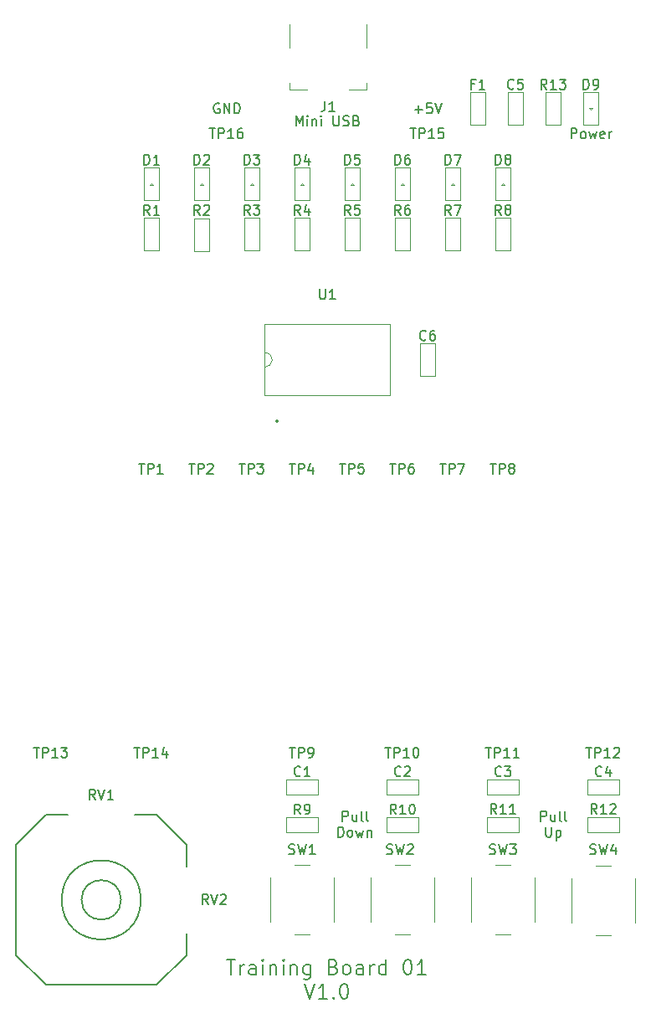
<source format=gto>
G04 #@! TF.GenerationSoftware,KiCad,Pcbnew,(6.0.4-0)*
G04 #@! TF.CreationDate,2022-04-01T19:28:55+09:00*
G04 #@! TF.ProjectId,TrainingBoard-01,54726169-6e69-46e6-9742-6f6172642d30,V1.0*
G04 #@! TF.SameCoordinates,Original*
G04 #@! TF.FileFunction,Legend,Top*
G04 #@! TF.FilePolarity,Positive*
%FSLAX46Y46*%
G04 Gerber Fmt 4.6, Leading zero omitted, Abs format (unit mm)*
G04 Created by KiCad (PCBNEW (6.0.4-0)) date 2022-04-01 19:28:55*
%MOMM*%
%LPD*%
G01*
G04 APERTURE LIST*
%ADD10C,0.150000*%
%ADD11C,0.200000*%
%ADD12C,0.120000*%
G04 APERTURE END LIST*
D10*
X-20860000Y-88900000D02*
G75*
G03*
X-20860000Y-88900000I-2000000J0D01*
G01*
X-28460000Y-97500000D02*
X-17260000Y-97500000D01*
X-28460000Y-97500000D02*
X-31460000Y-94500000D01*
X-28460000Y-80300000D02*
X-26260000Y-80300000D01*
X-17260000Y-97500000D02*
X-14260000Y-94500000D01*
X-14260000Y-94500000D02*
X-14260000Y-92300000D01*
X-14260000Y-83300000D02*
X-17260000Y-80300000D01*
X-31460000Y-83300000D02*
X-28460000Y-80300000D01*
X-14260000Y-83300000D02*
X-14260000Y-85500000D01*
X-17260000Y-80300000D02*
X-19460000Y-80300000D01*
X-31460000Y-94500000D02*
X-31460000Y-83300000D01*
X-18860000Y-88900000D02*
G75*
G03*
X-18860000Y-88900000I-4000000J0D01*
G01*
X21621904Y-80927380D02*
X21621904Y-79927380D01*
X22002857Y-79927380D01*
X22098095Y-79975000D01*
X22145714Y-80022619D01*
X22193333Y-80117857D01*
X22193333Y-80260714D01*
X22145714Y-80355952D01*
X22098095Y-80403571D01*
X22002857Y-80451190D01*
X21621904Y-80451190D01*
X23050476Y-80260714D02*
X23050476Y-80927380D01*
X22621904Y-80260714D02*
X22621904Y-80784523D01*
X22669523Y-80879761D01*
X22764761Y-80927380D01*
X22907619Y-80927380D01*
X23002857Y-80879761D01*
X23050476Y-80832142D01*
X23669523Y-80927380D02*
X23574285Y-80879761D01*
X23526666Y-80784523D01*
X23526666Y-79927380D01*
X24193333Y-80927380D02*
X24098095Y-80879761D01*
X24050476Y-80784523D01*
X24050476Y-79927380D01*
X22121904Y-81537380D02*
X22121904Y-82346904D01*
X22169523Y-82442142D01*
X22217142Y-82489761D01*
X22312380Y-82537380D01*
X22502857Y-82537380D01*
X22598095Y-82489761D01*
X22645714Y-82442142D01*
X22693333Y-82346904D01*
X22693333Y-81537380D01*
X23169523Y-81870714D02*
X23169523Y-82870714D01*
X23169523Y-81918333D02*
X23264761Y-81870714D01*
X23455238Y-81870714D01*
X23550476Y-81918333D01*
X23598095Y-81965952D01*
X23645714Y-82061190D01*
X23645714Y-82346904D01*
X23598095Y-82442142D01*
X23550476Y-82489761D01*
X23455238Y-82537380D01*
X23264761Y-82537380D01*
X23169523Y-82489761D01*
X-3142857Y-10612380D02*
X-3142857Y-9612380D01*
X-2809523Y-10326666D01*
X-2476190Y-9612380D01*
X-2476190Y-10612380D01*
X-2000000Y-10612380D02*
X-2000000Y-9945714D01*
X-2000000Y-9612380D02*
X-2047619Y-9660000D01*
X-2000000Y-9707619D01*
X-1952380Y-9660000D01*
X-2000000Y-9612380D01*
X-2000000Y-9707619D01*
X-1523809Y-9945714D02*
X-1523809Y-10612380D01*
X-1523809Y-10040952D02*
X-1476190Y-9993333D01*
X-1380952Y-9945714D01*
X-1238095Y-9945714D01*
X-1142857Y-9993333D01*
X-1095238Y-10088571D01*
X-1095238Y-10612380D01*
X-619047Y-10612380D02*
X-619047Y-9945714D01*
X-619047Y-9612380D02*
X-666666Y-9660000D01*
X-619047Y-9707619D01*
X-571428Y-9660000D01*
X-619047Y-9612380D01*
X-619047Y-9707619D01*
X619047Y-9612380D02*
X619047Y-10421904D01*
X666666Y-10517142D01*
X714285Y-10564761D01*
X809523Y-10612380D01*
X999999Y-10612380D01*
X1095238Y-10564761D01*
X1142857Y-10517142D01*
X1190476Y-10421904D01*
X1190476Y-9612380D01*
X1619047Y-10564761D02*
X1761904Y-10612380D01*
X1999999Y-10612380D01*
X2095238Y-10564761D01*
X2142857Y-10517142D01*
X2190476Y-10421904D01*
X2190476Y-10326666D01*
X2142857Y-10231428D01*
X2095238Y-10183809D01*
X1999999Y-10136190D01*
X1809523Y-10088571D01*
X1714285Y-10040952D01*
X1666666Y-9993333D01*
X1619047Y-9898095D01*
X1619047Y-9802857D01*
X1666666Y-9707619D01*
X1714285Y-9660000D01*
X1809523Y-9612380D01*
X2047619Y-9612380D01*
X2190476Y-9660000D01*
X2952380Y-10088571D02*
X3095238Y-10136190D01*
X3142857Y-10183809D01*
X3190476Y-10279047D01*
X3190476Y-10421904D01*
X3142857Y-10517142D01*
X3095238Y-10564761D01*
X2999999Y-10612380D01*
X2619047Y-10612380D01*
X2619047Y-9612380D01*
X2952380Y-9612380D01*
X3047619Y-9660000D01*
X3095238Y-9707619D01*
X3142857Y-9802857D01*
X3142857Y-9898095D01*
X3095238Y-9993333D01*
X3047619Y-10040952D01*
X2952380Y-10088571D01*
X2619047Y-10088571D01*
X1555904Y-80927380D02*
X1555904Y-79927380D01*
X1936857Y-79927380D01*
X2032095Y-79975000D01*
X2079714Y-80022619D01*
X2127333Y-80117857D01*
X2127333Y-80260714D01*
X2079714Y-80355952D01*
X2032095Y-80403571D01*
X1936857Y-80451190D01*
X1555904Y-80451190D01*
X2984476Y-80260714D02*
X2984476Y-80927380D01*
X2555904Y-80260714D02*
X2555904Y-80784523D01*
X2603523Y-80879761D01*
X2698761Y-80927380D01*
X2841619Y-80927380D01*
X2936857Y-80879761D01*
X2984476Y-80832142D01*
X3603523Y-80927380D02*
X3508285Y-80879761D01*
X3460666Y-80784523D01*
X3460666Y-79927380D01*
X4127333Y-80927380D02*
X4032095Y-80879761D01*
X3984476Y-80784523D01*
X3984476Y-79927380D01*
X1103523Y-82537380D02*
X1103523Y-81537380D01*
X1341619Y-81537380D01*
X1484476Y-81585000D01*
X1579714Y-81680238D01*
X1627333Y-81775476D01*
X1674952Y-81965952D01*
X1674952Y-82108809D01*
X1627333Y-82299285D01*
X1579714Y-82394523D01*
X1484476Y-82489761D01*
X1341619Y-82537380D01*
X1103523Y-82537380D01*
X2246380Y-82537380D02*
X2151142Y-82489761D01*
X2103523Y-82442142D01*
X2055904Y-82346904D01*
X2055904Y-82061190D01*
X2103523Y-81965952D01*
X2151142Y-81918333D01*
X2246380Y-81870714D01*
X2389238Y-81870714D01*
X2484476Y-81918333D01*
X2532095Y-81965952D01*
X2579714Y-82061190D01*
X2579714Y-82346904D01*
X2532095Y-82442142D01*
X2484476Y-82489761D01*
X2389238Y-82537380D01*
X2246380Y-82537380D01*
X2913047Y-81870714D02*
X3103523Y-82537380D01*
X3294000Y-82061190D01*
X3484476Y-82537380D01*
X3674952Y-81870714D01*
X4055904Y-81870714D02*
X4055904Y-82537380D01*
X4055904Y-81965952D02*
X4103523Y-81918333D01*
X4198761Y-81870714D01*
X4341619Y-81870714D01*
X4436857Y-81918333D01*
X4484476Y-82013571D01*
X4484476Y-82537380D01*
X8874285Y-8961428D02*
X9636190Y-8961428D01*
X9255238Y-9342380D02*
X9255238Y-8580476D01*
X10588571Y-8342380D02*
X10112380Y-8342380D01*
X10064761Y-8818571D01*
X10112380Y-8770952D01*
X10207619Y-8723333D01*
X10445714Y-8723333D01*
X10540952Y-8770952D01*
X10588571Y-8818571D01*
X10636190Y-8913809D01*
X10636190Y-9151904D01*
X10588571Y-9247142D01*
X10540952Y-9294761D01*
X10445714Y-9342380D01*
X10207619Y-9342380D01*
X10112380Y-9294761D01*
X10064761Y-9247142D01*
X10921904Y-8342380D02*
X11255238Y-9342380D01*
X11588571Y-8342380D01*
X24693809Y-11882380D02*
X24693809Y-10882380D01*
X25074761Y-10882380D01*
X25169999Y-10930000D01*
X25217619Y-10977619D01*
X25265238Y-11072857D01*
X25265238Y-11215714D01*
X25217619Y-11310952D01*
X25169999Y-11358571D01*
X25074761Y-11406190D01*
X24693809Y-11406190D01*
X25836666Y-11882380D02*
X25741428Y-11834761D01*
X25693809Y-11787142D01*
X25646190Y-11691904D01*
X25646190Y-11406190D01*
X25693809Y-11310952D01*
X25741428Y-11263333D01*
X25836666Y-11215714D01*
X25979523Y-11215714D01*
X26074761Y-11263333D01*
X26122380Y-11310952D01*
X26169999Y-11406190D01*
X26169999Y-11691904D01*
X26122380Y-11787142D01*
X26074761Y-11834761D01*
X25979523Y-11882380D01*
X25836666Y-11882380D01*
X26503333Y-11215714D02*
X26693809Y-11882380D01*
X26884285Y-11406190D01*
X27074761Y-11882380D01*
X27265238Y-11215714D01*
X28027142Y-11834761D02*
X27931904Y-11882380D01*
X27741428Y-11882380D01*
X27646190Y-11834761D01*
X27598571Y-11739523D01*
X27598571Y-11358571D01*
X27646190Y-11263333D01*
X27741428Y-11215714D01*
X27931904Y-11215714D01*
X28027142Y-11263333D01*
X28074761Y-11358571D01*
X28074761Y-11453809D01*
X27598571Y-11549047D01*
X28503333Y-11882380D02*
X28503333Y-11215714D01*
X28503333Y-11406190D02*
X28550952Y-11310952D01*
X28598571Y-11263333D01*
X28693809Y-11215714D01*
X28789047Y-11215714D01*
D11*
X-10142857Y-94971071D02*
X-9285714Y-94971071D01*
X-9714285Y-96471071D02*
X-9714285Y-94971071D01*
X-8785714Y-96471071D02*
X-8785714Y-95471071D01*
X-8785714Y-95756785D02*
X-8714285Y-95613928D01*
X-8642857Y-95542500D01*
X-8500000Y-95471071D01*
X-8357142Y-95471071D01*
X-7214285Y-96471071D02*
X-7214285Y-95685357D01*
X-7285714Y-95542500D01*
X-7428571Y-95471071D01*
X-7714285Y-95471071D01*
X-7857142Y-95542500D01*
X-7214285Y-96399642D02*
X-7357142Y-96471071D01*
X-7714285Y-96471071D01*
X-7857142Y-96399642D01*
X-7928571Y-96256785D01*
X-7928571Y-96113928D01*
X-7857142Y-95971071D01*
X-7714285Y-95899642D01*
X-7357142Y-95899642D01*
X-7214285Y-95828214D01*
X-6500000Y-96471071D02*
X-6500000Y-95471071D01*
X-6500000Y-94971071D02*
X-6571428Y-95042500D01*
X-6500000Y-95113928D01*
X-6428571Y-95042500D01*
X-6500000Y-94971071D01*
X-6500000Y-95113928D01*
X-5785714Y-95471071D02*
X-5785714Y-96471071D01*
X-5785714Y-95613928D02*
X-5714285Y-95542500D01*
X-5571428Y-95471071D01*
X-5357142Y-95471071D01*
X-5214285Y-95542500D01*
X-5142857Y-95685357D01*
X-5142857Y-96471071D01*
X-4428571Y-96471071D02*
X-4428571Y-95471071D01*
X-4428571Y-94971071D02*
X-4500000Y-95042500D01*
X-4428571Y-95113928D01*
X-4357142Y-95042500D01*
X-4428571Y-94971071D01*
X-4428571Y-95113928D01*
X-3714285Y-95471071D02*
X-3714285Y-96471071D01*
X-3714285Y-95613928D02*
X-3642857Y-95542500D01*
X-3500000Y-95471071D01*
X-3285714Y-95471071D01*
X-3142857Y-95542500D01*
X-3071428Y-95685357D01*
X-3071428Y-96471071D01*
X-1714285Y-95471071D02*
X-1714285Y-96685357D01*
X-1785714Y-96828214D01*
X-1857142Y-96899642D01*
X-2000000Y-96971071D01*
X-2214285Y-96971071D01*
X-2357142Y-96899642D01*
X-1714285Y-96399642D02*
X-1857142Y-96471071D01*
X-2142857Y-96471071D01*
X-2285714Y-96399642D01*
X-2357142Y-96328214D01*
X-2428571Y-96185357D01*
X-2428571Y-95756785D01*
X-2357142Y-95613928D01*
X-2285714Y-95542500D01*
X-2142857Y-95471071D01*
X-1857142Y-95471071D01*
X-1714285Y-95542500D01*
X642857Y-95685357D02*
X857142Y-95756785D01*
X928571Y-95828214D01*
X999999Y-95971071D01*
X999999Y-96185357D01*
X928571Y-96328214D01*
X857142Y-96399642D01*
X714285Y-96471071D01*
X142857Y-96471071D01*
X142857Y-94971071D01*
X642857Y-94971071D01*
X785714Y-95042500D01*
X857142Y-95113928D01*
X928571Y-95256785D01*
X928571Y-95399642D01*
X857142Y-95542500D01*
X785714Y-95613928D01*
X642857Y-95685357D01*
X142857Y-95685357D01*
X1857142Y-96471071D02*
X1714285Y-96399642D01*
X1642857Y-96328214D01*
X1571428Y-96185357D01*
X1571428Y-95756785D01*
X1642857Y-95613928D01*
X1714285Y-95542500D01*
X1857142Y-95471071D01*
X2071428Y-95471071D01*
X2214285Y-95542500D01*
X2285714Y-95613928D01*
X2357142Y-95756785D01*
X2357142Y-96185357D01*
X2285714Y-96328214D01*
X2214285Y-96399642D01*
X2071428Y-96471071D01*
X1857142Y-96471071D01*
X3642857Y-96471071D02*
X3642857Y-95685357D01*
X3571428Y-95542500D01*
X3428571Y-95471071D01*
X3142857Y-95471071D01*
X2999999Y-95542500D01*
X3642857Y-96399642D02*
X3499999Y-96471071D01*
X3142857Y-96471071D01*
X2999999Y-96399642D01*
X2928571Y-96256785D01*
X2928571Y-96113928D01*
X2999999Y-95971071D01*
X3142857Y-95899642D01*
X3499999Y-95899642D01*
X3642857Y-95828214D01*
X4357142Y-96471071D02*
X4357142Y-95471071D01*
X4357142Y-95756785D02*
X4428571Y-95613928D01*
X4499999Y-95542500D01*
X4642857Y-95471071D01*
X4785714Y-95471071D01*
X5928571Y-96471071D02*
X5928571Y-94971071D01*
X5928571Y-96399642D02*
X5785714Y-96471071D01*
X5499999Y-96471071D01*
X5357142Y-96399642D01*
X5285714Y-96328214D01*
X5214285Y-96185357D01*
X5214285Y-95756785D01*
X5285714Y-95613928D01*
X5357142Y-95542500D01*
X5499999Y-95471071D01*
X5785714Y-95471071D01*
X5928571Y-95542500D01*
X8071428Y-94971071D02*
X8214285Y-94971071D01*
X8357142Y-95042500D01*
X8428571Y-95113928D01*
X8499999Y-95256785D01*
X8571428Y-95542500D01*
X8571428Y-95899642D01*
X8499999Y-96185357D01*
X8428571Y-96328214D01*
X8357142Y-96399642D01*
X8214285Y-96471071D01*
X8071428Y-96471071D01*
X7928571Y-96399642D01*
X7857142Y-96328214D01*
X7785714Y-96185357D01*
X7714285Y-95899642D01*
X7714285Y-95542500D01*
X7785714Y-95256785D01*
X7857142Y-95113928D01*
X7928571Y-95042500D01*
X8071428Y-94971071D01*
X9999999Y-96471071D02*
X9142857Y-96471071D01*
X9571428Y-96471071D02*
X9571428Y-94971071D01*
X9428571Y-95185357D01*
X9285714Y-95328214D01*
X9142857Y-95399642D01*
X-2285714Y-97386071D02*
X-1785714Y-98886071D01*
X-1285714Y-97386071D01*
X0Y-98886071D02*
X-857142Y-98886071D01*
X-428571Y-98886071D02*
X-428571Y-97386071D01*
X-571428Y-97600357D01*
X-714285Y-97743214D01*
X-857142Y-97814642D01*
X642857Y-98743214D02*
X714285Y-98814642D01*
X642857Y-98886071D01*
X571428Y-98814642D01*
X642857Y-98743214D01*
X642857Y-98886071D01*
X1642857Y-97386071D02*
X1785714Y-97386071D01*
X1928571Y-97457500D01*
X1999999Y-97528928D01*
X2071428Y-97671785D01*
X2142857Y-97957500D01*
X2142857Y-98314642D01*
X2071428Y-98600357D01*
X1999999Y-98743214D01*
X1928571Y-98814642D01*
X1785714Y-98886071D01*
X1642857Y-98886071D01*
X1499999Y-98814642D01*
X1428571Y-98743214D01*
X1357142Y-98600357D01*
X1285714Y-98314642D01*
X1285714Y-97957500D01*
X1357142Y-97671785D01*
X1428571Y-97528928D01*
X1499999Y-97457500D01*
X1642857Y-97386071D01*
D10*
X-10921904Y-8390000D02*
X-11017142Y-8342380D01*
X-11160000Y-8342380D01*
X-11302857Y-8390000D01*
X-11398095Y-8485238D01*
X-11445714Y-8580476D01*
X-11493333Y-8770952D01*
X-11493333Y-8913809D01*
X-11445714Y-9104285D01*
X-11398095Y-9199523D01*
X-11302857Y-9294761D01*
X-11160000Y-9342380D01*
X-11064761Y-9342380D01*
X-10921904Y-9294761D01*
X-10874285Y-9247142D01*
X-10874285Y-8913809D01*
X-11064761Y-8913809D01*
X-10445714Y-9342380D02*
X-10445714Y-8342380D01*
X-9874285Y-9342380D01*
X-9874285Y-8342380D01*
X-9398095Y-9342380D02*
X-9398095Y-8342380D01*
X-9160000Y-8342380D01*
X-9017142Y-8390000D01*
X-8921904Y-8485238D01*
X-8874285Y-8580476D01*
X-8826666Y-8770952D01*
X-8826666Y-8913809D01*
X-8874285Y-9104285D01*
X-8921904Y-9199523D01*
X-9017142Y-9294761D01*
X-9160000Y-9342380D01*
X-9398095Y-9342380D01*
X6977142Y-80232380D02*
X6643809Y-79756190D01*
X6405714Y-80232380D02*
X6405714Y-79232380D01*
X6786666Y-79232380D01*
X6881904Y-79280000D01*
X6929523Y-79327619D01*
X6977142Y-79422857D01*
X6977142Y-79565714D01*
X6929523Y-79660952D01*
X6881904Y-79708571D01*
X6786666Y-79756190D01*
X6405714Y-79756190D01*
X7929523Y-80232380D02*
X7358095Y-80232380D01*
X7643809Y-80232380D02*
X7643809Y-79232380D01*
X7548571Y-79375238D01*
X7453333Y-79470476D01*
X7358095Y-79518095D01*
X8548571Y-79232380D02*
X8643809Y-79232380D01*
X8739047Y-79280000D01*
X8786666Y-79327619D01*
X8834285Y-79422857D01*
X8881904Y-79613333D01*
X8881904Y-79851428D01*
X8834285Y-80041904D01*
X8786666Y-80137142D01*
X8739047Y-80184761D01*
X8643809Y-80232380D01*
X8548571Y-80232380D01*
X8453333Y-80184761D01*
X8405714Y-80137142D01*
X8358095Y-80041904D01*
X8310476Y-79851428D01*
X8310476Y-79613333D01*
X8358095Y-79422857D01*
X8405714Y-79327619D01*
X8453333Y-79280000D01*
X8548571Y-79232380D01*
X8421904Y-10882380D02*
X8993333Y-10882380D01*
X8707619Y-11882380D02*
X8707619Y-10882380D01*
X9326666Y-11882380D02*
X9326666Y-10882380D01*
X9707619Y-10882380D01*
X9802857Y-10930000D01*
X9850476Y-10977619D01*
X9898095Y-11072857D01*
X9898095Y-11215714D01*
X9850476Y-11310952D01*
X9802857Y-11358571D01*
X9707619Y-11406190D01*
X9326666Y-11406190D01*
X10850476Y-11882380D02*
X10279047Y-11882380D01*
X10564761Y-11882380D02*
X10564761Y-10882380D01*
X10469523Y-11025238D01*
X10374285Y-11120476D01*
X10279047Y-11168095D01*
X11755238Y-10882380D02*
X11279047Y-10882380D01*
X11231428Y-11358571D01*
X11279047Y-11310952D01*
X11374285Y-11263333D01*
X11612380Y-11263333D01*
X11707619Y-11310952D01*
X11755238Y-11358571D01*
X11802857Y-11453809D01*
X11802857Y-11691904D01*
X11755238Y-11787142D01*
X11707619Y-11834761D01*
X11612380Y-11882380D01*
X11374285Y-11882380D01*
X11279047Y-11834761D01*
X11231428Y-11787142D01*
X-18518095Y-14549380D02*
X-18518095Y-13549380D01*
X-18280000Y-13549380D01*
X-18137142Y-13597000D01*
X-18041904Y-13692238D01*
X-17994285Y-13787476D01*
X-17946666Y-13977952D01*
X-17946666Y-14120809D01*
X-17994285Y-14311285D01*
X-18041904Y-14406523D01*
X-18137142Y-14501761D01*
X-18280000Y-14549380D01*
X-18518095Y-14549380D01*
X-16994285Y-14549380D02*
X-17565714Y-14549380D01*
X-17280000Y-14549380D02*
X-17280000Y-13549380D01*
X-17375238Y-13692238D01*
X-17470476Y-13787476D01*
X-17565714Y-13835095D01*
X16518095Y-44791380D02*
X17089523Y-44791380D01*
X16803809Y-45791380D02*
X16803809Y-44791380D01*
X17422857Y-45791380D02*
X17422857Y-44791380D01*
X17803809Y-44791380D01*
X17899047Y-44839000D01*
X17946666Y-44886619D01*
X17994285Y-44981857D01*
X17994285Y-45124714D01*
X17946666Y-45219952D01*
X17899047Y-45267571D01*
X17803809Y-45315190D01*
X17422857Y-45315190D01*
X18565714Y-45219952D02*
X18470476Y-45172333D01*
X18422857Y-45124714D01*
X18375238Y-45029476D01*
X18375238Y-44981857D01*
X18422857Y-44886619D01*
X18470476Y-44839000D01*
X18565714Y-44791380D01*
X18756190Y-44791380D01*
X18851428Y-44839000D01*
X18899047Y-44886619D01*
X18946666Y-44981857D01*
X18946666Y-45029476D01*
X18899047Y-45124714D01*
X18851428Y-45172333D01*
X18756190Y-45219952D01*
X18565714Y-45219952D01*
X18470476Y-45267571D01*
X18422857Y-45315190D01*
X18375238Y-45410428D01*
X18375238Y-45600904D01*
X18422857Y-45696142D01*
X18470476Y-45743761D01*
X18565714Y-45791380D01*
X18756190Y-45791380D01*
X18851428Y-45743761D01*
X18899047Y-45696142D01*
X18946666Y-45600904D01*
X18946666Y-45410428D01*
X18899047Y-45315190D01*
X18851428Y-45267571D01*
X18756190Y-45219952D01*
X-3801904Y-44791380D02*
X-3230476Y-44791380D01*
X-3516190Y-45791380D02*
X-3516190Y-44791380D01*
X-2897142Y-45791380D02*
X-2897142Y-44791380D01*
X-2516190Y-44791380D01*
X-2420952Y-44839000D01*
X-2373333Y-44886619D01*
X-2325714Y-44981857D01*
X-2325714Y-45124714D01*
X-2373333Y-45219952D01*
X-2420952Y-45267571D01*
X-2516190Y-45315190D01*
X-2897142Y-45315190D01*
X-1468571Y-45124714D02*
X-1468571Y-45791380D01*
X-1706666Y-44743761D02*
X-1944761Y-45458047D01*
X-1325714Y-45458047D01*
X17613333Y-19629380D02*
X17280000Y-19153190D01*
X17041904Y-19629380D02*
X17041904Y-18629380D01*
X17422857Y-18629380D01*
X17518095Y-18677000D01*
X17565714Y-18724619D01*
X17613333Y-18819857D01*
X17613333Y-18962714D01*
X17565714Y-19057952D01*
X17518095Y-19105571D01*
X17422857Y-19153190D01*
X17041904Y-19153190D01*
X18184761Y-19057952D02*
X18089523Y-19010333D01*
X18041904Y-18962714D01*
X17994285Y-18867476D01*
X17994285Y-18819857D01*
X18041904Y-18724619D01*
X18089523Y-18677000D01*
X18184761Y-18629380D01*
X18375238Y-18629380D01*
X18470476Y-18677000D01*
X18518095Y-18724619D01*
X18565714Y-18819857D01*
X18565714Y-18867476D01*
X18518095Y-18962714D01*
X18470476Y-19010333D01*
X18375238Y-19057952D01*
X18184761Y-19057952D01*
X18089523Y-19105571D01*
X18041904Y-19153190D01*
X17994285Y-19248428D01*
X17994285Y-19438904D01*
X18041904Y-19534142D01*
X18089523Y-19581761D01*
X18184761Y-19629380D01*
X18375238Y-19629380D01*
X18470476Y-19581761D01*
X18518095Y-19534142D01*
X18565714Y-19438904D01*
X18565714Y-19248428D01*
X18518095Y-19153190D01*
X18470476Y-19105571D01*
X18375238Y-19057952D01*
X7453333Y-19629380D02*
X7120000Y-19153190D01*
X6881904Y-19629380D02*
X6881904Y-18629380D01*
X7262857Y-18629380D01*
X7358095Y-18677000D01*
X7405714Y-18724619D01*
X7453333Y-18819857D01*
X7453333Y-18962714D01*
X7405714Y-19057952D01*
X7358095Y-19105571D01*
X7262857Y-19153190D01*
X6881904Y-19153190D01*
X8310476Y-18629380D02*
X8120000Y-18629380D01*
X8024761Y-18677000D01*
X7977142Y-18724619D01*
X7881904Y-18867476D01*
X7834285Y-19057952D01*
X7834285Y-19438904D01*
X7881904Y-19534142D01*
X7929523Y-19581761D01*
X8024761Y-19629380D01*
X8215238Y-19629380D01*
X8310476Y-19581761D01*
X8358095Y-19534142D01*
X8405714Y-19438904D01*
X8405714Y-19200809D01*
X8358095Y-19105571D01*
X8310476Y-19057952D01*
X8215238Y-19010333D01*
X8024761Y-19010333D01*
X7929523Y-19057952D01*
X7881904Y-19105571D01*
X7834285Y-19200809D01*
X6032666Y-84224761D02*
X6175523Y-84272380D01*
X6413619Y-84272380D01*
X6508857Y-84224761D01*
X6556476Y-84177142D01*
X6604095Y-84081904D01*
X6604095Y-83986666D01*
X6556476Y-83891428D01*
X6508857Y-83843809D01*
X6413619Y-83796190D01*
X6223142Y-83748571D01*
X6127904Y-83700952D01*
X6080285Y-83653333D01*
X6032666Y-83558095D01*
X6032666Y-83462857D01*
X6080285Y-83367619D01*
X6127904Y-83320000D01*
X6223142Y-83272380D01*
X6461238Y-83272380D01*
X6604095Y-83320000D01*
X6937428Y-83272380D02*
X7175523Y-84272380D01*
X7366000Y-83558095D01*
X7556476Y-84272380D01*
X7794571Y-83272380D01*
X8127904Y-83367619D02*
X8175523Y-83320000D01*
X8270761Y-83272380D01*
X8508857Y-83272380D01*
X8604095Y-83320000D01*
X8651714Y-83367619D01*
X8699333Y-83462857D01*
X8699333Y-83558095D01*
X8651714Y-83700952D01*
X8080285Y-84272380D01*
X8699333Y-84272380D01*
X12533333Y-19629380D02*
X12200000Y-19153190D01*
X11961904Y-19629380D02*
X11961904Y-18629380D01*
X12342857Y-18629380D01*
X12438095Y-18677000D01*
X12485714Y-18724619D01*
X12533333Y-18819857D01*
X12533333Y-18962714D01*
X12485714Y-19057952D01*
X12438095Y-19105571D01*
X12342857Y-19153190D01*
X11961904Y-19153190D01*
X12866666Y-18629380D02*
X13533333Y-18629380D01*
X13104761Y-19629380D01*
X27297142Y-80208380D02*
X26963809Y-79732190D01*
X26725714Y-80208380D02*
X26725714Y-79208380D01*
X27106666Y-79208380D01*
X27201904Y-79256000D01*
X27249523Y-79303619D01*
X27297142Y-79398857D01*
X27297142Y-79541714D01*
X27249523Y-79636952D01*
X27201904Y-79684571D01*
X27106666Y-79732190D01*
X26725714Y-79732190D01*
X28249523Y-80208380D02*
X27678095Y-80208380D01*
X27963809Y-80208380D02*
X27963809Y-79208380D01*
X27868571Y-79351238D01*
X27773333Y-79446476D01*
X27678095Y-79494095D01*
X28630476Y-79303619D02*
X28678095Y-79256000D01*
X28773333Y-79208380D01*
X29011428Y-79208380D01*
X29106666Y-79256000D01*
X29154285Y-79303619D01*
X29201904Y-79398857D01*
X29201904Y-79494095D01*
X29154285Y-79636952D01*
X28582857Y-80208380D01*
X29201904Y-80208380D01*
X6358095Y-44791380D02*
X6929523Y-44791380D01*
X6643809Y-45791380D02*
X6643809Y-44791380D01*
X7262857Y-45791380D02*
X7262857Y-44791380D01*
X7643809Y-44791380D01*
X7739047Y-44839000D01*
X7786666Y-44886619D01*
X7834285Y-44981857D01*
X7834285Y-45124714D01*
X7786666Y-45219952D01*
X7739047Y-45267571D01*
X7643809Y-45315190D01*
X7262857Y-45315190D01*
X8691428Y-44791380D02*
X8500952Y-44791380D01*
X8405714Y-44839000D01*
X8358095Y-44886619D01*
X8262857Y-45029476D01*
X8215238Y-45219952D01*
X8215238Y-45600904D01*
X8262857Y-45696142D01*
X8310476Y-45743761D01*
X8405714Y-45791380D01*
X8596190Y-45791380D01*
X8691428Y-45743761D01*
X8739047Y-45696142D01*
X8786666Y-45600904D01*
X8786666Y-45362809D01*
X8739047Y-45267571D01*
X8691428Y-45219952D01*
X8596190Y-45172333D01*
X8405714Y-45172333D01*
X8310476Y-45219952D01*
X8262857Y-45267571D01*
X8215238Y-45362809D01*
X-2706666Y-80232380D02*
X-3040000Y-79756190D01*
X-3278095Y-80232380D02*
X-3278095Y-79232380D01*
X-2897142Y-79232380D01*
X-2801904Y-79280000D01*
X-2754285Y-79327619D01*
X-2706666Y-79422857D01*
X-2706666Y-79565714D01*
X-2754285Y-79660952D01*
X-2801904Y-79708571D01*
X-2897142Y-79756190D01*
X-3278095Y-79756190D01*
X-2230476Y-80232380D02*
X-2040000Y-80232380D01*
X-1944761Y-80184761D01*
X-1897142Y-80137142D01*
X-1801904Y-79994285D01*
X-1754285Y-79803809D01*
X-1754285Y-79422857D01*
X-1801904Y-79327619D01*
X-1849523Y-79280000D01*
X-1944761Y-79232380D01*
X-2135238Y-79232380D01*
X-2230476Y-79280000D01*
X-2278095Y-79327619D01*
X-2325714Y-79422857D01*
X-2325714Y-79660952D01*
X-2278095Y-79756190D01*
X-2230476Y-79803809D01*
X-2135238Y-79851428D01*
X-1944761Y-79851428D01*
X-1849523Y-79803809D01*
X-1801904Y-79756190D01*
X-1754285Y-79660952D01*
X11961904Y-14549380D02*
X11961904Y-13549380D01*
X12200000Y-13549380D01*
X12342857Y-13597000D01*
X12438095Y-13692238D01*
X12485714Y-13787476D01*
X12533333Y-13977952D01*
X12533333Y-14120809D01*
X12485714Y-14311285D01*
X12438095Y-14406523D01*
X12342857Y-14501761D01*
X12200000Y-14549380D01*
X11961904Y-14549380D01*
X12866666Y-13549380D02*
X13533333Y-13549380D01*
X13104761Y-14549380D01*
X27773333Y-76303142D02*
X27725714Y-76350761D01*
X27582857Y-76398380D01*
X27487619Y-76398380D01*
X27344761Y-76350761D01*
X27249523Y-76255523D01*
X27201904Y-76160285D01*
X27154285Y-75969809D01*
X27154285Y-75826952D01*
X27201904Y-75636476D01*
X27249523Y-75541238D01*
X27344761Y-75446000D01*
X27487619Y-75398380D01*
X27582857Y-75398380D01*
X27725714Y-75446000D01*
X27773333Y-75493619D01*
X28630476Y-75731714D02*
X28630476Y-76398380D01*
X28392380Y-75350761D02*
X28154285Y-76065047D01*
X28773333Y-76065047D01*
X-23455238Y-78752380D02*
X-23788571Y-78276190D01*
X-24026666Y-78752380D02*
X-24026666Y-77752380D01*
X-23645714Y-77752380D01*
X-23550476Y-77800000D01*
X-23502857Y-77847619D01*
X-23455238Y-77942857D01*
X-23455238Y-78085714D01*
X-23502857Y-78180952D01*
X-23550476Y-78228571D01*
X-23645714Y-78276190D01*
X-24026666Y-78276190D01*
X-23169523Y-77752380D02*
X-22836190Y-78752380D01*
X-22502857Y-77752380D01*
X-21645714Y-78752380D02*
X-22217142Y-78752380D01*
X-21931428Y-78752380D02*
X-21931428Y-77752380D01*
X-22026666Y-77895238D01*
X-22121904Y-77990476D01*
X-22217142Y-78038095D01*
X-2706666Y-76303142D02*
X-2754285Y-76350761D01*
X-2897142Y-76398380D01*
X-2992380Y-76398380D01*
X-3135238Y-76350761D01*
X-3230476Y-76255523D01*
X-3278095Y-76160285D01*
X-3325714Y-75969809D01*
X-3325714Y-75826952D01*
X-3278095Y-75636476D01*
X-3230476Y-75541238D01*
X-3135238Y-75446000D01*
X-2992380Y-75398380D01*
X-2897142Y-75398380D01*
X-2754285Y-75446000D01*
X-2706666Y-75493619D01*
X-1754285Y-76398380D02*
X-2325714Y-76398380D01*
X-2040000Y-76398380D02*
X-2040000Y-75398380D01*
X-2135238Y-75541238D01*
X-2230476Y-75636476D01*
X-2325714Y-75684095D01*
X-13961904Y-44791380D02*
X-13390476Y-44791380D01*
X-13676190Y-45791380D02*
X-13676190Y-44791380D01*
X-13057142Y-45791380D02*
X-13057142Y-44791380D01*
X-12676190Y-44791380D01*
X-12580952Y-44839000D01*
X-12533333Y-44886619D01*
X-12485714Y-44981857D01*
X-12485714Y-45124714D01*
X-12533333Y-45219952D01*
X-12580952Y-45267571D01*
X-12676190Y-45315190D01*
X-13057142Y-45315190D01*
X-12104761Y-44886619D02*
X-12057142Y-44839000D01*
X-11961904Y-44791380D01*
X-11723809Y-44791380D01*
X-11628571Y-44839000D01*
X-11580952Y-44886619D01*
X-11533333Y-44981857D01*
X-11533333Y-45077095D01*
X-11580952Y-45219952D01*
X-12152380Y-45791380D01*
X-11533333Y-45791380D01*
X26606666Y-84224761D02*
X26749523Y-84272380D01*
X26987619Y-84272380D01*
X27082857Y-84224761D01*
X27130476Y-84177142D01*
X27178095Y-84081904D01*
X27178095Y-83986666D01*
X27130476Y-83891428D01*
X27082857Y-83843809D01*
X26987619Y-83796190D01*
X26797142Y-83748571D01*
X26701904Y-83700952D01*
X26654285Y-83653333D01*
X26606666Y-83558095D01*
X26606666Y-83462857D01*
X26654285Y-83367619D01*
X26701904Y-83320000D01*
X26797142Y-83272380D01*
X27035238Y-83272380D01*
X27178095Y-83320000D01*
X27511428Y-83272380D02*
X27749523Y-84272380D01*
X27940000Y-83558095D01*
X28130476Y-84272380D01*
X28368571Y-83272380D01*
X29178095Y-83605714D02*
X29178095Y-84272380D01*
X28940000Y-83224761D02*
X28701904Y-83939047D01*
X29320952Y-83939047D01*
X16446666Y-84224761D02*
X16589523Y-84272380D01*
X16827619Y-84272380D01*
X16922857Y-84224761D01*
X16970476Y-84177142D01*
X17018095Y-84081904D01*
X17018095Y-83986666D01*
X16970476Y-83891428D01*
X16922857Y-83843809D01*
X16827619Y-83796190D01*
X16637142Y-83748571D01*
X16541904Y-83700952D01*
X16494285Y-83653333D01*
X16446666Y-83558095D01*
X16446666Y-83462857D01*
X16494285Y-83367619D01*
X16541904Y-83320000D01*
X16637142Y-83272380D01*
X16875238Y-83272380D01*
X17018095Y-83320000D01*
X17351428Y-83272380D02*
X17589523Y-84272380D01*
X17780000Y-83558095D01*
X17970476Y-84272380D01*
X18208571Y-83272380D01*
X18494285Y-83272380D02*
X19113333Y-83272380D01*
X18780000Y-83653333D01*
X18922857Y-83653333D01*
X19018095Y-83700952D01*
X19065714Y-83748571D01*
X19113333Y-83843809D01*
X19113333Y-84081904D01*
X19065714Y-84177142D01*
X19018095Y-84224761D01*
X18922857Y-84272380D01*
X18637142Y-84272380D01*
X18541904Y-84224761D01*
X18494285Y-84177142D01*
X26201904Y-73493380D02*
X26773333Y-73493380D01*
X26487619Y-74493380D02*
X26487619Y-73493380D01*
X27106666Y-74493380D02*
X27106666Y-73493380D01*
X27487619Y-73493380D01*
X27582857Y-73541000D01*
X27630476Y-73588619D01*
X27678095Y-73683857D01*
X27678095Y-73826714D01*
X27630476Y-73921952D01*
X27582857Y-73969571D01*
X27487619Y-74017190D01*
X27106666Y-74017190D01*
X28630476Y-74493380D02*
X28059047Y-74493380D01*
X28344761Y-74493380D02*
X28344761Y-73493380D01*
X28249523Y-73636238D01*
X28154285Y-73731476D01*
X28059047Y-73779095D01*
X29011428Y-73588619D02*
X29059047Y-73541000D01*
X29154285Y-73493380D01*
X29392380Y-73493380D01*
X29487619Y-73541000D01*
X29535238Y-73588619D01*
X29582857Y-73683857D01*
X29582857Y-73779095D01*
X29535238Y-73921952D01*
X28963809Y-74493380D01*
X29582857Y-74493380D01*
X9993333Y-32234142D02*
X9945714Y-32281761D01*
X9802857Y-32329380D01*
X9707619Y-32329380D01*
X9564761Y-32281761D01*
X9469523Y-32186523D01*
X9421904Y-32091285D01*
X9374285Y-31900809D01*
X9374285Y-31757952D01*
X9421904Y-31567476D01*
X9469523Y-31472238D01*
X9564761Y-31377000D01*
X9707619Y-31329380D01*
X9802857Y-31329380D01*
X9945714Y-31377000D01*
X9993333Y-31424619D01*
X10850476Y-31329380D02*
X10660000Y-31329380D01*
X10564761Y-31377000D01*
X10517142Y-31424619D01*
X10421904Y-31567476D01*
X10374285Y-31757952D01*
X10374285Y-32138904D01*
X10421904Y-32234142D01*
X10469523Y-32281761D01*
X10564761Y-32329380D01*
X10755238Y-32329380D01*
X10850476Y-32281761D01*
X10898095Y-32234142D01*
X10945714Y-32138904D01*
X10945714Y-31900809D01*
X10898095Y-31805571D01*
X10850476Y-31757952D01*
X10755238Y-31710333D01*
X10564761Y-31710333D01*
X10469523Y-31757952D01*
X10421904Y-31805571D01*
X10374285Y-31900809D01*
X-761904Y-27138380D02*
X-761904Y-27947904D01*
X-714285Y-28043142D01*
X-666666Y-28090761D01*
X-571428Y-28138380D01*
X-380952Y-28138380D01*
X-285714Y-28090761D01*
X-238095Y-28043142D01*
X-190476Y-27947904D01*
X-190476Y-27138380D01*
X809523Y-28138380D02*
X238095Y-28138380D01*
X523809Y-28138380D02*
X523809Y-27138380D01*
X428571Y-27281238D01*
X333333Y-27376476D01*
X238095Y-27424095D01*
X5881904Y-73493380D02*
X6453333Y-73493380D01*
X6167619Y-74493380D02*
X6167619Y-73493380D01*
X6786666Y-74493380D02*
X6786666Y-73493380D01*
X7167619Y-73493380D01*
X7262857Y-73541000D01*
X7310476Y-73588619D01*
X7358095Y-73683857D01*
X7358095Y-73826714D01*
X7310476Y-73921952D01*
X7262857Y-73969571D01*
X7167619Y-74017190D01*
X6786666Y-74017190D01*
X8310476Y-74493380D02*
X7739047Y-74493380D01*
X8024761Y-74493380D02*
X8024761Y-73493380D01*
X7929523Y-73636238D01*
X7834285Y-73731476D01*
X7739047Y-73779095D01*
X8929523Y-73493380D02*
X9024761Y-73493380D01*
X9120000Y-73541000D01*
X9167619Y-73588619D01*
X9215238Y-73683857D01*
X9262857Y-73874333D01*
X9262857Y-74112428D01*
X9215238Y-74302904D01*
X9167619Y-74398142D01*
X9120000Y-74445761D01*
X9024761Y-74493380D01*
X8929523Y-74493380D01*
X8834285Y-74445761D01*
X8786666Y-74398142D01*
X8739047Y-74302904D01*
X8691428Y-74112428D01*
X8691428Y-73874333D01*
X8739047Y-73683857D01*
X8786666Y-73588619D01*
X8834285Y-73541000D01*
X8929523Y-73493380D01*
X-13438095Y-14549380D02*
X-13438095Y-13549380D01*
X-13200000Y-13549380D01*
X-13057142Y-13597000D01*
X-12961904Y-13692238D01*
X-12914285Y-13787476D01*
X-12866666Y-13977952D01*
X-12866666Y-14120809D01*
X-12914285Y-14311285D01*
X-12961904Y-14406523D01*
X-13057142Y-14501761D01*
X-13200000Y-14549380D01*
X-13438095Y-14549380D01*
X-12485714Y-13644619D02*
X-12438095Y-13597000D01*
X-12342857Y-13549380D01*
X-12104761Y-13549380D01*
X-12009523Y-13597000D01*
X-11961904Y-13644619D01*
X-11914285Y-13739857D01*
X-11914285Y-13835095D01*
X-11961904Y-13977952D01*
X-12533333Y-14549380D01*
X-11914285Y-14549380D01*
X-19041904Y-44791380D02*
X-18470476Y-44791380D01*
X-18756190Y-45791380D02*
X-18756190Y-44791380D01*
X-18137142Y-45791380D02*
X-18137142Y-44791380D01*
X-17756190Y-44791380D01*
X-17660952Y-44839000D01*
X-17613333Y-44886619D01*
X-17565714Y-44981857D01*
X-17565714Y-45124714D01*
X-17613333Y-45219952D01*
X-17660952Y-45267571D01*
X-17756190Y-45315190D01*
X-18137142Y-45315190D01*
X-16613333Y-45791380D02*
X-17184761Y-45791380D01*
X-16899047Y-45791380D02*
X-16899047Y-44791380D01*
X-16994285Y-44934238D01*
X-17089523Y-45029476D01*
X-17184761Y-45077095D01*
X6881904Y-14549380D02*
X6881904Y-13549380D01*
X7120000Y-13549380D01*
X7262857Y-13597000D01*
X7358095Y-13692238D01*
X7405714Y-13787476D01*
X7453333Y-13977952D01*
X7453333Y-14120809D01*
X7405714Y-14311285D01*
X7358095Y-14406523D01*
X7262857Y-14501761D01*
X7120000Y-14549380D01*
X6881904Y-14549380D01*
X8310476Y-13549380D02*
X8120000Y-13549380D01*
X8024761Y-13597000D01*
X7977142Y-13644619D01*
X7881904Y-13787476D01*
X7834285Y-13977952D01*
X7834285Y-14358904D01*
X7881904Y-14454142D01*
X7929523Y-14501761D01*
X8024761Y-14549380D01*
X8215238Y-14549380D01*
X8310476Y-14501761D01*
X8358095Y-14454142D01*
X8405714Y-14358904D01*
X8405714Y-14120809D01*
X8358095Y-14025571D01*
X8310476Y-13977952D01*
X8215238Y-13930333D01*
X8024761Y-13930333D01*
X7929523Y-13977952D01*
X7881904Y-14025571D01*
X7834285Y-14120809D01*
X2373333Y-19629380D02*
X2040000Y-19153190D01*
X1801904Y-19629380D02*
X1801904Y-18629380D01*
X2182857Y-18629380D01*
X2278095Y-18677000D01*
X2325714Y-18724619D01*
X2373333Y-18819857D01*
X2373333Y-18962714D01*
X2325714Y-19057952D01*
X2278095Y-19105571D01*
X2182857Y-19153190D01*
X1801904Y-19153190D01*
X3278095Y-18629380D02*
X2801904Y-18629380D01*
X2754285Y-19105571D01*
X2801904Y-19057952D01*
X2897142Y-19010333D01*
X3135238Y-19010333D01*
X3230476Y-19057952D01*
X3278095Y-19105571D01*
X3325714Y-19200809D01*
X3325714Y-19438904D01*
X3278095Y-19534142D01*
X3230476Y-19581761D01*
X3135238Y-19629380D01*
X2897142Y-19629380D01*
X2801904Y-19581761D01*
X2754285Y-19534142D01*
X14906666Y-6405571D02*
X14573333Y-6405571D01*
X14573333Y-6929380D02*
X14573333Y-5929380D01*
X15049523Y-5929380D01*
X15954285Y-6929380D02*
X15382857Y-6929380D01*
X15668571Y-6929380D02*
X15668571Y-5929380D01*
X15573333Y-6072238D01*
X15478095Y-6167476D01*
X15382857Y-6215095D01*
X11438095Y-44791380D02*
X12009523Y-44791380D01*
X11723809Y-45791380D02*
X11723809Y-44791380D01*
X12342857Y-45791380D02*
X12342857Y-44791380D01*
X12723809Y-44791380D01*
X12819047Y-44839000D01*
X12866666Y-44886619D01*
X12914285Y-44981857D01*
X12914285Y-45124714D01*
X12866666Y-45219952D01*
X12819047Y-45267571D01*
X12723809Y-45315190D01*
X12342857Y-45315190D01*
X13247619Y-44791380D02*
X13914285Y-44791380D01*
X13485714Y-45791380D01*
X-3801904Y-73493380D02*
X-3230476Y-73493380D01*
X-3516190Y-74493380D02*
X-3516190Y-73493380D01*
X-2897142Y-74493380D02*
X-2897142Y-73493380D01*
X-2516190Y-73493380D01*
X-2420952Y-73541000D01*
X-2373333Y-73588619D01*
X-2325714Y-73683857D01*
X-2325714Y-73826714D01*
X-2373333Y-73921952D01*
X-2420952Y-73969571D01*
X-2516190Y-74017190D01*
X-2897142Y-74017190D01*
X-1849523Y-74493380D02*
X-1659047Y-74493380D01*
X-1563809Y-74445761D01*
X-1516190Y-74398142D01*
X-1420952Y-74255285D01*
X-1373333Y-74064809D01*
X-1373333Y-73683857D01*
X-1420952Y-73588619D01*
X-1468571Y-73541000D01*
X-1563809Y-73493380D01*
X-1754285Y-73493380D01*
X-1849523Y-73541000D01*
X-1897142Y-73588619D01*
X-1944761Y-73683857D01*
X-1944761Y-73921952D01*
X-1897142Y-74017190D01*
X-1849523Y-74064809D01*
X-1754285Y-74112428D01*
X-1563809Y-74112428D01*
X-1468571Y-74064809D01*
X-1420952Y-74017190D01*
X-1373333Y-73921952D01*
X-19518095Y-73493380D02*
X-18946666Y-73493380D01*
X-19232380Y-74493380D02*
X-19232380Y-73493380D01*
X-18613333Y-74493380D02*
X-18613333Y-73493380D01*
X-18232380Y-73493380D01*
X-18137142Y-73541000D01*
X-18089523Y-73588619D01*
X-18041904Y-73683857D01*
X-18041904Y-73826714D01*
X-18089523Y-73921952D01*
X-18137142Y-73969571D01*
X-18232380Y-74017190D01*
X-18613333Y-74017190D01*
X-17089523Y-74493380D02*
X-17660952Y-74493380D01*
X-17375238Y-74493380D02*
X-17375238Y-73493380D01*
X-17470476Y-73636238D01*
X-17565714Y-73731476D01*
X-17660952Y-73779095D01*
X-16232380Y-73826714D02*
X-16232380Y-74493380D01*
X-16470476Y-73445761D02*
X-16708571Y-74160047D01*
X-16089523Y-74160047D01*
X25931904Y-6929380D02*
X25931904Y-5929380D01*
X26170000Y-5929380D01*
X26312857Y-5977000D01*
X26408095Y-6072238D01*
X26455714Y-6167476D01*
X26503333Y-6357952D01*
X26503333Y-6500809D01*
X26455714Y-6691285D01*
X26408095Y-6786523D01*
X26312857Y-6881761D01*
X26170000Y-6929380D01*
X25931904Y-6929380D01*
X26979523Y-6929380D02*
X27170000Y-6929380D01*
X27265238Y-6881761D01*
X27312857Y-6834142D01*
X27408095Y-6691285D01*
X27455714Y-6500809D01*
X27455714Y-6119857D01*
X27408095Y-6024619D01*
X27360476Y-5977000D01*
X27265238Y-5929380D01*
X27074761Y-5929380D01*
X26979523Y-5977000D01*
X26931904Y-6024619D01*
X26884285Y-6119857D01*
X26884285Y-6357952D01*
X26931904Y-6453190D01*
X26979523Y-6500809D01*
X27074761Y-6548428D01*
X27265238Y-6548428D01*
X27360476Y-6500809D01*
X27408095Y-6453190D01*
X27455714Y-6357952D01*
X1801904Y-14549380D02*
X1801904Y-13549380D01*
X2040000Y-13549380D01*
X2182857Y-13597000D01*
X2278095Y-13692238D01*
X2325714Y-13787476D01*
X2373333Y-13977952D01*
X2373333Y-14120809D01*
X2325714Y-14311285D01*
X2278095Y-14406523D01*
X2182857Y-14501761D01*
X2040000Y-14549380D01*
X1801904Y-14549380D01*
X3278095Y-13549380D02*
X2801904Y-13549380D01*
X2754285Y-14025571D01*
X2801904Y-13977952D01*
X2897142Y-13930333D01*
X3135238Y-13930333D01*
X3230476Y-13977952D01*
X3278095Y-14025571D01*
X3325714Y-14120809D01*
X3325714Y-14358904D01*
X3278095Y-14454142D01*
X3230476Y-14501761D01*
X3135238Y-14549380D01*
X2897142Y-14549380D01*
X2801904Y-14501761D01*
X2754285Y-14454142D01*
X-12866666Y-19629380D02*
X-13200000Y-19153190D01*
X-13438095Y-19629380D02*
X-13438095Y-18629380D01*
X-13057142Y-18629380D01*
X-12961904Y-18677000D01*
X-12914285Y-18724619D01*
X-12866666Y-18819857D01*
X-12866666Y-18962714D01*
X-12914285Y-19057952D01*
X-12961904Y-19105571D01*
X-13057142Y-19153190D01*
X-13438095Y-19153190D01*
X-12485714Y-18724619D02*
X-12438095Y-18677000D01*
X-12342857Y-18629380D01*
X-12104761Y-18629380D01*
X-12009523Y-18677000D01*
X-11961904Y-18724619D01*
X-11914285Y-18819857D01*
X-11914285Y-18915095D01*
X-11961904Y-19057952D01*
X-12533333Y-19629380D01*
X-11914285Y-19629380D01*
X-17946666Y-19629380D02*
X-18280000Y-19153190D01*
X-18518095Y-19629380D02*
X-18518095Y-18629380D01*
X-18137142Y-18629380D01*
X-18041904Y-18677000D01*
X-17994285Y-18724619D01*
X-17946666Y-18819857D01*
X-17946666Y-18962714D01*
X-17994285Y-19057952D01*
X-18041904Y-19105571D01*
X-18137142Y-19153190D01*
X-18518095Y-19153190D01*
X-16994285Y-19629380D02*
X-17565714Y-19629380D01*
X-17280000Y-19629380D02*
X-17280000Y-18629380D01*
X-17375238Y-18772238D01*
X-17470476Y-18867476D01*
X-17565714Y-18915095D01*
X7453333Y-76303142D02*
X7405714Y-76350761D01*
X7262857Y-76398380D01*
X7167619Y-76398380D01*
X7024761Y-76350761D01*
X6929523Y-76255523D01*
X6881904Y-76160285D01*
X6834285Y-75969809D01*
X6834285Y-75826952D01*
X6881904Y-75636476D01*
X6929523Y-75541238D01*
X7024761Y-75446000D01*
X7167619Y-75398380D01*
X7262857Y-75398380D01*
X7405714Y-75446000D01*
X7453333Y-75493619D01*
X7834285Y-75493619D02*
X7881904Y-75446000D01*
X7977142Y-75398380D01*
X8215238Y-75398380D01*
X8310476Y-75446000D01*
X8358095Y-75493619D01*
X8405714Y-75588857D01*
X8405714Y-75684095D01*
X8358095Y-75826952D01*
X7786666Y-76398380D01*
X8405714Y-76398380D01*
X-11898095Y-10882380D02*
X-11326666Y-10882380D01*
X-11612380Y-11882380D02*
X-11612380Y-10882380D01*
X-10993333Y-11882380D02*
X-10993333Y-10882380D01*
X-10612380Y-10882380D01*
X-10517142Y-10930000D01*
X-10469523Y-10977619D01*
X-10421904Y-11072857D01*
X-10421904Y-11215714D01*
X-10469523Y-11310952D01*
X-10517142Y-11358571D01*
X-10612380Y-11406190D01*
X-10993333Y-11406190D01*
X-9469523Y-11882380D02*
X-10040952Y-11882380D01*
X-9755238Y-11882380D02*
X-9755238Y-10882380D01*
X-9850476Y-11025238D01*
X-9945714Y-11120476D01*
X-10040952Y-11168095D01*
X-8612380Y-10882380D02*
X-8802857Y-10882380D01*
X-8898095Y-10930000D01*
X-8945714Y-10977619D01*
X-9040952Y-11120476D01*
X-9088571Y-11310952D01*
X-9088571Y-11691904D01*
X-9040952Y-11787142D01*
X-8993333Y-11834761D01*
X-8898095Y-11882380D01*
X-8707619Y-11882380D01*
X-8612380Y-11834761D01*
X-8564761Y-11787142D01*
X-8517142Y-11691904D01*
X-8517142Y-11453809D01*
X-8564761Y-11358571D01*
X-8612380Y-11310952D01*
X-8707619Y-11263333D01*
X-8898095Y-11263333D01*
X-8993333Y-11310952D01*
X-9040952Y-11358571D01*
X-9088571Y-11453809D01*
X-3278095Y-14549380D02*
X-3278095Y-13549380D01*
X-3040000Y-13549380D01*
X-2897142Y-13597000D01*
X-2801904Y-13692238D01*
X-2754285Y-13787476D01*
X-2706666Y-13977952D01*
X-2706666Y-14120809D01*
X-2754285Y-14311285D01*
X-2801904Y-14406523D01*
X-2897142Y-14501761D01*
X-3040000Y-14549380D01*
X-3278095Y-14549380D01*
X-1849523Y-13882714D02*
X-1849523Y-14549380D01*
X-2087619Y-13501761D02*
X-2325714Y-14216047D01*
X-1706666Y-14216047D01*
X16041904Y-73493380D02*
X16613333Y-73493380D01*
X16327619Y-74493380D02*
X16327619Y-73493380D01*
X16946666Y-74493380D02*
X16946666Y-73493380D01*
X17327619Y-73493380D01*
X17422857Y-73541000D01*
X17470476Y-73588619D01*
X17518095Y-73683857D01*
X17518095Y-73826714D01*
X17470476Y-73921952D01*
X17422857Y-73969571D01*
X17327619Y-74017190D01*
X16946666Y-74017190D01*
X18470476Y-74493380D02*
X17899047Y-74493380D01*
X18184761Y-74493380D02*
X18184761Y-73493380D01*
X18089523Y-73636238D01*
X17994285Y-73731476D01*
X17899047Y-73779095D01*
X19422857Y-74493380D02*
X18851428Y-74493380D01*
X19137142Y-74493380D02*
X19137142Y-73493380D01*
X19041904Y-73636238D01*
X18946666Y-73731476D01*
X18851428Y-73779095D01*
X-12025238Y-89352380D02*
X-12358571Y-88876190D01*
X-12596666Y-89352380D02*
X-12596666Y-88352380D01*
X-12215714Y-88352380D01*
X-12120476Y-88400000D01*
X-12072857Y-88447619D01*
X-12025238Y-88542857D01*
X-12025238Y-88685714D01*
X-12072857Y-88780952D01*
X-12120476Y-88828571D01*
X-12215714Y-88876190D01*
X-12596666Y-88876190D01*
X-11739523Y-88352380D02*
X-11406190Y-89352380D01*
X-11072857Y-88352380D01*
X-10787142Y-88447619D02*
X-10739523Y-88400000D01*
X-10644285Y-88352380D01*
X-10406190Y-88352380D01*
X-10310952Y-88400000D01*
X-10263333Y-88447619D01*
X-10215714Y-88542857D01*
X-10215714Y-88638095D01*
X-10263333Y-88780952D01*
X-10834761Y-89352380D01*
X-10215714Y-89352380D01*
X22217142Y-6929380D02*
X21883809Y-6453190D01*
X21645714Y-6929380D02*
X21645714Y-5929380D01*
X22026666Y-5929380D01*
X22121904Y-5977000D01*
X22169523Y-6024619D01*
X22217142Y-6119857D01*
X22217142Y-6262714D01*
X22169523Y-6357952D01*
X22121904Y-6405571D01*
X22026666Y-6453190D01*
X21645714Y-6453190D01*
X23169523Y-6929380D02*
X22598095Y-6929380D01*
X22883809Y-6929380D02*
X22883809Y-5929380D01*
X22788571Y-6072238D01*
X22693333Y-6167476D01*
X22598095Y-6215095D01*
X23502857Y-5929380D02*
X24121904Y-5929380D01*
X23788571Y-6310333D01*
X23931428Y-6310333D01*
X24026666Y-6357952D01*
X24074285Y-6405571D01*
X24121904Y-6500809D01*
X24121904Y-6738904D01*
X24074285Y-6834142D01*
X24026666Y-6881761D01*
X23931428Y-6929380D01*
X23645714Y-6929380D01*
X23550476Y-6881761D01*
X23502857Y-6834142D01*
X-29678095Y-73493380D02*
X-29106666Y-73493380D01*
X-29392380Y-74493380D02*
X-29392380Y-73493380D01*
X-28773333Y-74493380D02*
X-28773333Y-73493380D01*
X-28392380Y-73493380D01*
X-28297142Y-73541000D01*
X-28249523Y-73588619D01*
X-28201904Y-73683857D01*
X-28201904Y-73826714D01*
X-28249523Y-73921952D01*
X-28297142Y-73969571D01*
X-28392380Y-74017190D01*
X-28773333Y-74017190D01*
X-27249523Y-74493380D02*
X-27820952Y-74493380D01*
X-27535238Y-74493380D02*
X-27535238Y-73493380D01*
X-27630476Y-73636238D01*
X-27725714Y-73731476D01*
X-27820952Y-73779095D01*
X-26916190Y-73493380D02*
X-26297142Y-73493380D01*
X-26630476Y-73874333D01*
X-26487619Y-73874333D01*
X-26392380Y-73921952D01*
X-26344761Y-73969571D01*
X-26297142Y-74064809D01*
X-26297142Y-74302904D01*
X-26344761Y-74398142D01*
X-26392380Y-74445761D01*
X-26487619Y-74493380D01*
X-26773333Y-74493380D01*
X-26868571Y-74445761D01*
X-26916190Y-74398142D01*
X-233333Y-8152380D02*
X-233333Y-8866666D01*
X-280952Y-9009523D01*
X-376190Y-9104761D01*
X-519047Y-9152380D01*
X-614285Y-9152380D01*
X766666Y-9152380D02*
X195238Y-9152380D01*
X480952Y-9152380D02*
X480952Y-8152380D01*
X385714Y-8295238D01*
X290476Y-8390476D01*
X195238Y-8438095D01*
X-3873333Y-84224761D02*
X-3730476Y-84272380D01*
X-3492380Y-84272380D01*
X-3397142Y-84224761D01*
X-3349523Y-84177142D01*
X-3301904Y-84081904D01*
X-3301904Y-83986666D01*
X-3349523Y-83891428D01*
X-3397142Y-83843809D01*
X-3492380Y-83796190D01*
X-3682857Y-83748571D01*
X-3778095Y-83700952D01*
X-3825714Y-83653333D01*
X-3873333Y-83558095D01*
X-3873333Y-83462857D01*
X-3825714Y-83367619D01*
X-3778095Y-83320000D01*
X-3682857Y-83272380D01*
X-3444761Y-83272380D01*
X-3301904Y-83320000D01*
X-2968571Y-83272380D02*
X-2730476Y-84272380D01*
X-2540000Y-83558095D01*
X-2349523Y-84272380D01*
X-2111428Y-83272380D01*
X-1206666Y-84272380D02*
X-1778095Y-84272380D01*
X-1492380Y-84272380D02*
X-1492380Y-83272380D01*
X-1587619Y-83415238D01*
X-1682857Y-83510476D01*
X-1778095Y-83558095D01*
X17137142Y-80208380D02*
X16803809Y-79732190D01*
X16565714Y-80208380D02*
X16565714Y-79208380D01*
X16946666Y-79208380D01*
X17041904Y-79256000D01*
X17089523Y-79303619D01*
X17137142Y-79398857D01*
X17137142Y-79541714D01*
X17089523Y-79636952D01*
X17041904Y-79684571D01*
X16946666Y-79732190D01*
X16565714Y-79732190D01*
X18089523Y-80208380D02*
X17518095Y-80208380D01*
X17803809Y-80208380D02*
X17803809Y-79208380D01*
X17708571Y-79351238D01*
X17613333Y-79446476D01*
X17518095Y-79494095D01*
X19041904Y-80208380D02*
X18470476Y-80208380D01*
X18756190Y-80208380D02*
X18756190Y-79208380D01*
X18660952Y-79351238D01*
X18565714Y-79446476D01*
X18470476Y-79494095D01*
X-8881904Y-44791380D02*
X-8310476Y-44791380D01*
X-8596190Y-45791380D02*
X-8596190Y-44791380D01*
X-7977142Y-45791380D02*
X-7977142Y-44791380D01*
X-7596190Y-44791380D01*
X-7500952Y-44839000D01*
X-7453333Y-44886619D01*
X-7405714Y-44981857D01*
X-7405714Y-45124714D01*
X-7453333Y-45219952D01*
X-7500952Y-45267571D01*
X-7596190Y-45315190D01*
X-7977142Y-45315190D01*
X-7072380Y-44791380D02*
X-6453333Y-44791380D01*
X-6786666Y-45172333D01*
X-6643809Y-45172333D01*
X-6548571Y-45219952D01*
X-6500952Y-45267571D01*
X-6453333Y-45362809D01*
X-6453333Y-45600904D01*
X-6500952Y-45696142D01*
X-6548571Y-45743761D01*
X-6643809Y-45791380D01*
X-6929523Y-45791380D01*
X-7024761Y-45743761D01*
X-7072380Y-45696142D01*
X-7786666Y-19629380D02*
X-8120000Y-19153190D01*
X-8358095Y-19629380D02*
X-8358095Y-18629380D01*
X-7977142Y-18629380D01*
X-7881904Y-18677000D01*
X-7834285Y-18724619D01*
X-7786666Y-18819857D01*
X-7786666Y-18962714D01*
X-7834285Y-19057952D01*
X-7881904Y-19105571D01*
X-7977142Y-19153190D01*
X-8358095Y-19153190D01*
X-7453333Y-18629380D02*
X-6834285Y-18629380D01*
X-7167619Y-19010333D01*
X-7024761Y-19010333D01*
X-6929523Y-19057952D01*
X-6881904Y-19105571D01*
X-6834285Y-19200809D01*
X-6834285Y-19438904D01*
X-6881904Y-19534142D01*
X-6929523Y-19581761D01*
X-7024761Y-19629380D01*
X-7310476Y-19629380D01*
X-7405714Y-19581761D01*
X-7453333Y-19534142D01*
X17613333Y-76303142D02*
X17565714Y-76350761D01*
X17422857Y-76398380D01*
X17327619Y-76398380D01*
X17184761Y-76350761D01*
X17089523Y-76255523D01*
X17041904Y-76160285D01*
X16994285Y-75969809D01*
X16994285Y-75826952D01*
X17041904Y-75636476D01*
X17089523Y-75541238D01*
X17184761Y-75446000D01*
X17327619Y-75398380D01*
X17422857Y-75398380D01*
X17565714Y-75446000D01*
X17613333Y-75493619D01*
X17946666Y-75398380D02*
X18565714Y-75398380D01*
X18232380Y-75779333D01*
X18375238Y-75779333D01*
X18470476Y-75826952D01*
X18518095Y-75874571D01*
X18565714Y-75969809D01*
X18565714Y-76207904D01*
X18518095Y-76303142D01*
X18470476Y-76350761D01*
X18375238Y-76398380D01*
X18089523Y-76398380D01*
X17994285Y-76350761D01*
X17946666Y-76303142D01*
X17041904Y-14549380D02*
X17041904Y-13549380D01*
X17280000Y-13549380D01*
X17422857Y-13597000D01*
X17518095Y-13692238D01*
X17565714Y-13787476D01*
X17613333Y-13977952D01*
X17613333Y-14120809D01*
X17565714Y-14311285D01*
X17518095Y-14406523D01*
X17422857Y-14501761D01*
X17280000Y-14549380D01*
X17041904Y-14549380D01*
X18184761Y-13977952D02*
X18089523Y-13930333D01*
X18041904Y-13882714D01*
X17994285Y-13787476D01*
X17994285Y-13739857D01*
X18041904Y-13644619D01*
X18089523Y-13597000D01*
X18184761Y-13549380D01*
X18375238Y-13549380D01*
X18470476Y-13597000D01*
X18518095Y-13644619D01*
X18565714Y-13739857D01*
X18565714Y-13787476D01*
X18518095Y-13882714D01*
X18470476Y-13930333D01*
X18375238Y-13977952D01*
X18184761Y-13977952D01*
X18089523Y-14025571D01*
X18041904Y-14073190D01*
X17994285Y-14168428D01*
X17994285Y-14358904D01*
X18041904Y-14454142D01*
X18089523Y-14501761D01*
X18184761Y-14549380D01*
X18375238Y-14549380D01*
X18470476Y-14501761D01*
X18518095Y-14454142D01*
X18565714Y-14358904D01*
X18565714Y-14168428D01*
X18518095Y-14073190D01*
X18470476Y-14025571D01*
X18375238Y-13977952D01*
X1278095Y-44791380D02*
X1849523Y-44791380D01*
X1563809Y-45791380D02*
X1563809Y-44791380D01*
X2182857Y-45791380D02*
X2182857Y-44791380D01*
X2563809Y-44791380D01*
X2659047Y-44839000D01*
X2706666Y-44886619D01*
X2754285Y-44981857D01*
X2754285Y-45124714D01*
X2706666Y-45219952D01*
X2659047Y-45267571D01*
X2563809Y-45315190D01*
X2182857Y-45315190D01*
X3659047Y-44791380D02*
X3182857Y-44791380D01*
X3135238Y-45267571D01*
X3182857Y-45219952D01*
X3278095Y-45172333D01*
X3516190Y-45172333D01*
X3611428Y-45219952D01*
X3659047Y-45267571D01*
X3706666Y-45362809D01*
X3706666Y-45600904D01*
X3659047Y-45696142D01*
X3611428Y-45743761D01*
X3516190Y-45791380D01*
X3278095Y-45791380D01*
X3182857Y-45743761D01*
X3135238Y-45696142D01*
X-8358095Y-14549380D02*
X-8358095Y-13549380D01*
X-8120000Y-13549380D01*
X-7977142Y-13597000D01*
X-7881904Y-13692238D01*
X-7834285Y-13787476D01*
X-7786666Y-13977952D01*
X-7786666Y-14120809D01*
X-7834285Y-14311285D01*
X-7881904Y-14406523D01*
X-7977142Y-14501761D01*
X-8120000Y-14549380D01*
X-8358095Y-14549380D01*
X-7453333Y-13549380D02*
X-6834285Y-13549380D01*
X-7167619Y-13930333D01*
X-7024761Y-13930333D01*
X-6929523Y-13977952D01*
X-6881904Y-14025571D01*
X-6834285Y-14120809D01*
X-6834285Y-14358904D01*
X-6881904Y-14454142D01*
X-6929523Y-14501761D01*
X-7024761Y-14549380D01*
X-7310476Y-14549380D01*
X-7405714Y-14501761D01*
X-7453333Y-14454142D01*
X18883333Y-6834142D02*
X18835714Y-6881761D01*
X18692857Y-6929380D01*
X18597619Y-6929380D01*
X18454761Y-6881761D01*
X18359523Y-6786523D01*
X18311904Y-6691285D01*
X18264285Y-6500809D01*
X18264285Y-6357952D01*
X18311904Y-6167476D01*
X18359523Y-6072238D01*
X18454761Y-5977000D01*
X18597619Y-5929380D01*
X18692857Y-5929380D01*
X18835714Y-5977000D01*
X18883333Y-6024619D01*
X19788095Y-5929380D02*
X19311904Y-5929380D01*
X19264285Y-6405571D01*
X19311904Y-6357952D01*
X19407142Y-6310333D01*
X19645238Y-6310333D01*
X19740476Y-6357952D01*
X19788095Y-6405571D01*
X19835714Y-6500809D01*
X19835714Y-6738904D01*
X19788095Y-6834142D01*
X19740476Y-6881761D01*
X19645238Y-6929380D01*
X19407142Y-6929380D01*
X19311904Y-6881761D01*
X19264285Y-6834142D01*
X-2706666Y-19629380D02*
X-3040000Y-19153190D01*
X-3278095Y-19629380D02*
X-3278095Y-18629380D01*
X-2897142Y-18629380D01*
X-2801904Y-18677000D01*
X-2754285Y-18724619D01*
X-2706666Y-18819857D01*
X-2706666Y-18962714D01*
X-2754285Y-19057952D01*
X-2801904Y-19105571D01*
X-2897142Y-19153190D01*
X-3278095Y-19153190D01*
X-1849523Y-18962714D02*
X-1849523Y-19629380D01*
X-2087619Y-18581761D02*
X-2325714Y-19296047D01*
X-1706666Y-19296047D01*
D12*
X5970000Y-82030000D02*
X9270000Y-82030000D01*
X5970000Y-80530000D02*
X5970000Y-82030000D01*
X5970000Y-80530000D02*
X9270000Y-80530000D01*
X9270000Y-80530000D02*
X9270000Y-82030000D01*
X-17030000Y-14860000D02*
X-18530000Y-14860000D01*
X-17980000Y-16610000D02*
X-17780000Y-16410000D01*
X-18530000Y-14860000D02*
X-18530000Y-18160000D01*
X-17580000Y-16610000D02*
X-17980000Y-16610000D01*
X-17030000Y-18160000D02*
X-18530000Y-18160000D01*
X-17030000Y-14860000D02*
X-17030000Y-18160000D01*
X-17780000Y-16410000D02*
X-17580000Y-16610000D01*
X17030000Y-19940000D02*
X18530000Y-19940000D01*
X18530000Y-23240000D02*
X18530000Y-19940000D01*
X17030000Y-23240000D02*
X17030000Y-19940000D01*
X17030000Y-23240000D02*
X18530000Y-23240000D01*
X6870000Y-23240000D02*
X6870000Y-19940000D01*
X6870000Y-23240000D02*
X8370000Y-23240000D01*
X6870000Y-19940000D02*
X8370000Y-19940000D01*
X8370000Y-23240000D02*
X8370000Y-19940000D01*
X10870000Y-91150000D02*
X10870000Y-86650000D01*
X8370000Y-85400000D02*
X6870000Y-85400000D01*
X4370000Y-86650000D02*
X4370000Y-91150000D01*
X6870000Y-92400000D02*
X8370000Y-92400000D01*
X13450000Y-23240000D02*
X13450000Y-19940000D01*
X11950000Y-23240000D02*
X11950000Y-19940000D01*
X11950000Y-23240000D02*
X13450000Y-23240000D01*
X11950000Y-19940000D02*
X13450000Y-19940000D01*
X29590000Y-82030000D02*
X26290000Y-82030000D01*
X29590000Y-80530000D02*
X26290000Y-80530000D01*
X26290000Y-82030000D02*
X26290000Y-80530000D01*
X29590000Y-82030000D02*
X29590000Y-80530000D01*
X-890000Y-80530000D02*
X-890000Y-82030000D01*
X-4190000Y-82030000D02*
X-890000Y-82030000D01*
X-4190000Y-80530000D02*
X-890000Y-80530000D01*
X-4190000Y-80530000D02*
X-4190000Y-82030000D01*
X13450000Y-14860000D02*
X11950000Y-14860000D01*
X13450000Y-14860000D02*
X13450000Y-18160000D01*
X12500000Y-16610000D02*
X12700000Y-16410000D01*
X13450000Y-18160000D02*
X11950000Y-18160000D01*
X12900000Y-16610000D02*
X12500000Y-16610000D01*
X12700000Y-16410000D02*
X12900000Y-16610000D01*
X11950000Y-14860000D02*
X11950000Y-18160000D01*
X26290000Y-78220000D02*
X26290000Y-76720000D01*
X29590000Y-78220000D02*
X26290000Y-78220000D01*
X29590000Y-76720000D02*
X26290000Y-76720000D01*
X29590000Y-78220000D02*
X29590000Y-76720000D01*
X-890000Y-78220000D02*
X-4190000Y-78220000D01*
X-4190000Y-78220000D02*
X-4190000Y-76720000D01*
X-890000Y-78220000D02*
X-890000Y-76720000D01*
X-890000Y-76720000D02*
X-4190000Y-76720000D01*
X24690000Y-86720000D02*
X24690000Y-91220000D01*
X31190000Y-91220000D02*
X31190000Y-86720000D01*
X28690000Y-85470000D02*
X27190000Y-85470000D01*
X27190000Y-92470000D02*
X28690000Y-92470000D01*
X17030000Y-92400000D02*
X18530000Y-92400000D01*
X14530000Y-86650000D02*
X14530000Y-91150000D01*
X21030000Y-91150000D02*
X21030000Y-86650000D01*
X18530000Y-85400000D02*
X17030000Y-85400000D01*
X9410000Y-35940000D02*
X10910000Y-35940000D01*
X9410000Y-32640000D02*
X10910000Y-32640000D01*
X9410000Y-35940000D02*
X9410000Y-32640000D01*
X10910000Y-35940000D02*
X10910000Y-32640000D01*
X-6360000Y-37900000D02*
X6360000Y-37900000D01*
X6360000Y-34290000D02*
X6360000Y-37900000D01*
X-6360000Y-34290000D02*
X-6360000Y-37900000D01*
X6360000Y-34290000D02*
X6360000Y-30680000D01*
X-6360000Y-30680000D02*
X6360000Y-30680000D01*
X-6360000Y-34290000D02*
X-6360000Y-30680000D01*
X-6350000Y-35052000D02*
G75*
G03*
X-6330000Y-33507741I20000J772000D01*
G01*
D11*
X-4980000Y-40490000D02*
G75*
G03*
X-4980000Y-40490000I-100000J0D01*
G01*
D12*
X-11950000Y-14860000D02*
X-13450000Y-14860000D01*
X-12500000Y-16610000D02*
X-12900000Y-16610000D01*
X-11950000Y-18160000D02*
X-13450000Y-18160000D01*
X-11950000Y-14860000D02*
X-11950000Y-18160000D01*
X-13450000Y-14860000D02*
X-13450000Y-18160000D01*
X-12700000Y-16410000D02*
X-12500000Y-16610000D01*
X-12900000Y-16610000D02*
X-12700000Y-16410000D01*
X7620000Y-16410000D02*
X7820000Y-16610000D01*
X8370000Y-14860000D02*
X8370000Y-18160000D01*
X8370000Y-14860000D02*
X6870000Y-14860000D01*
X8370000Y-18160000D02*
X6870000Y-18160000D01*
X7420000Y-16610000D02*
X7620000Y-16410000D01*
X6870000Y-14860000D02*
X6870000Y-18160000D01*
X7820000Y-16610000D02*
X7420000Y-16610000D01*
X1790000Y-23240000D02*
X3290000Y-23240000D01*
X3290000Y-23240000D02*
X3290000Y-19940000D01*
X1790000Y-23240000D02*
X1790000Y-19940000D01*
X1790000Y-19940000D02*
X3290000Y-19940000D01*
X15990000Y-7240000D02*
X14490000Y-7240000D01*
X15990000Y-7240000D02*
X15990000Y-10540000D01*
X14490000Y-7240000D02*
X14490000Y-10540000D01*
X15990000Y-10540000D02*
X14490000Y-10540000D01*
X25920000Y-10540000D02*
X25920000Y-7240000D01*
X27420000Y-10540000D02*
X27420000Y-7240000D01*
X25920000Y-10540000D02*
X27420000Y-10540000D01*
X26470000Y-8790000D02*
X26870000Y-8790000D01*
X26870000Y-8790000D02*
X26670000Y-8990000D01*
X25920000Y-7240000D02*
X27420000Y-7240000D01*
X26670000Y-8990000D02*
X26470000Y-8790000D01*
X2540000Y-16410000D02*
X2740000Y-16610000D01*
X1790000Y-14860000D02*
X1790000Y-18160000D01*
X3290000Y-18160000D02*
X1790000Y-18160000D01*
X2340000Y-16610000D02*
X2540000Y-16410000D01*
X2740000Y-16610000D02*
X2340000Y-16610000D01*
X3290000Y-14860000D02*
X3290000Y-18160000D01*
X3290000Y-14860000D02*
X1790000Y-14860000D01*
X-13450000Y-20040000D02*
X-11950000Y-20040000D01*
X-13450000Y-23340000D02*
X-13450000Y-20040000D01*
X-11950000Y-23340000D02*
X-11950000Y-20040000D01*
X-13450000Y-23340000D02*
X-11950000Y-23340000D01*
X-17030000Y-23240000D02*
X-17030000Y-19940000D01*
X-18530000Y-23240000D02*
X-18530000Y-19940000D01*
X-18530000Y-19940000D02*
X-17030000Y-19940000D01*
X-18530000Y-23240000D02*
X-17030000Y-23240000D01*
X9270000Y-76720000D02*
X5970000Y-76720000D01*
X5970000Y-78220000D02*
X5970000Y-76720000D01*
X9270000Y-78220000D02*
X9270000Y-76720000D01*
X9270000Y-78220000D02*
X5970000Y-78220000D01*
X-2540000Y-16410000D02*
X-2340000Y-16610000D01*
X-1790000Y-18160000D02*
X-3290000Y-18160000D01*
X-2740000Y-16610000D02*
X-2540000Y-16410000D01*
X-1790000Y-14860000D02*
X-1790000Y-18160000D01*
X-1790000Y-14860000D02*
X-3290000Y-14860000D01*
X-2340000Y-16610000D02*
X-2740000Y-16610000D01*
X-3290000Y-14860000D02*
X-3290000Y-18160000D01*
X22110000Y-10540000D02*
X22110000Y-7240000D01*
X22110000Y-10540000D02*
X23610000Y-10540000D01*
X22110000Y-7240000D02*
X23610000Y-7240000D01*
X23610000Y-10540000D02*
X23610000Y-7240000D01*
X-3800000Y-6300000D02*
X-3800000Y-7000000D01*
X4000000Y-7000000D02*
X2200000Y-7000000D01*
X4000000Y-2700000D02*
X4000000Y-400000D01*
X4000000Y-6300000D02*
X4000000Y-7000000D01*
X-3800000Y-2700000D02*
X-3800000Y-400000D01*
X-3800000Y-7000000D02*
X-2000000Y-7000000D01*
X710000Y-91150000D02*
X710000Y-86650000D01*
X-5790000Y-86650000D02*
X-5790000Y-91150000D01*
X-3290000Y-92400000D02*
X-1790000Y-92400000D01*
X-1790000Y-85400000D02*
X-3290000Y-85400000D01*
X19430000Y-82030000D02*
X16130000Y-82030000D01*
X16130000Y-82030000D02*
X16130000Y-80530000D01*
X19430000Y-82030000D02*
X19430000Y-80530000D01*
X19430000Y-80530000D02*
X16130000Y-80530000D01*
X-8370000Y-23240000D02*
X-6870000Y-23240000D01*
X-8370000Y-23240000D02*
X-8370000Y-19940000D01*
X-6870000Y-23240000D02*
X-6870000Y-19940000D01*
X-8370000Y-19940000D02*
X-6870000Y-19940000D01*
X16130000Y-78220000D02*
X16130000Y-76720000D01*
X19430000Y-76720000D02*
X16130000Y-76720000D01*
X19430000Y-78220000D02*
X16130000Y-78220000D01*
X19430000Y-78220000D02*
X19430000Y-76720000D01*
X17580000Y-16610000D02*
X17780000Y-16410000D01*
X18530000Y-14860000D02*
X17030000Y-14860000D01*
X17030000Y-14860000D02*
X17030000Y-18160000D01*
X17780000Y-16410000D02*
X17980000Y-16610000D01*
X18530000Y-14860000D02*
X18530000Y-18160000D01*
X18530000Y-18160000D02*
X17030000Y-18160000D01*
X17980000Y-16610000D02*
X17580000Y-16610000D01*
X-7820000Y-16610000D02*
X-7620000Y-16410000D01*
X-7420000Y-16610000D02*
X-7820000Y-16610000D01*
X-8370000Y-14860000D02*
X-8370000Y-18160000D01*
X-7620000Y-16410000D02*
X-7420000Y-16610000D01*
X-6870000Y-14860000D02*
X-6870000Y-18160000D01*
X-6870000Y-18160000D02*
X-8370000Y-18160000D01*
X-6870000Y-14860000D02*
X-8370000Y-14860000D01*
X18300000Y-10540000D02*
X18300000Y-7240000D01*
X19800000Y-10540000D02*
X19800000Y-7240000D01*
X18300000Y-7240000D02*
X19800000Y-7240000D01*
X18300000Y-10540000D02*
X19800000Y-10540000D01*
X-1790000Y-23240000D02*
X-1790000Y-19940000D01*
X-3290000Y-23240000D02*
X-1790000Y-23240000D01*
X-3290000Y-23240000D02*
X-3290000Y-19940000D01*
X-3290000Y-19940000D02*
X-1790000Y-19940000D01*
M02*

</source>
